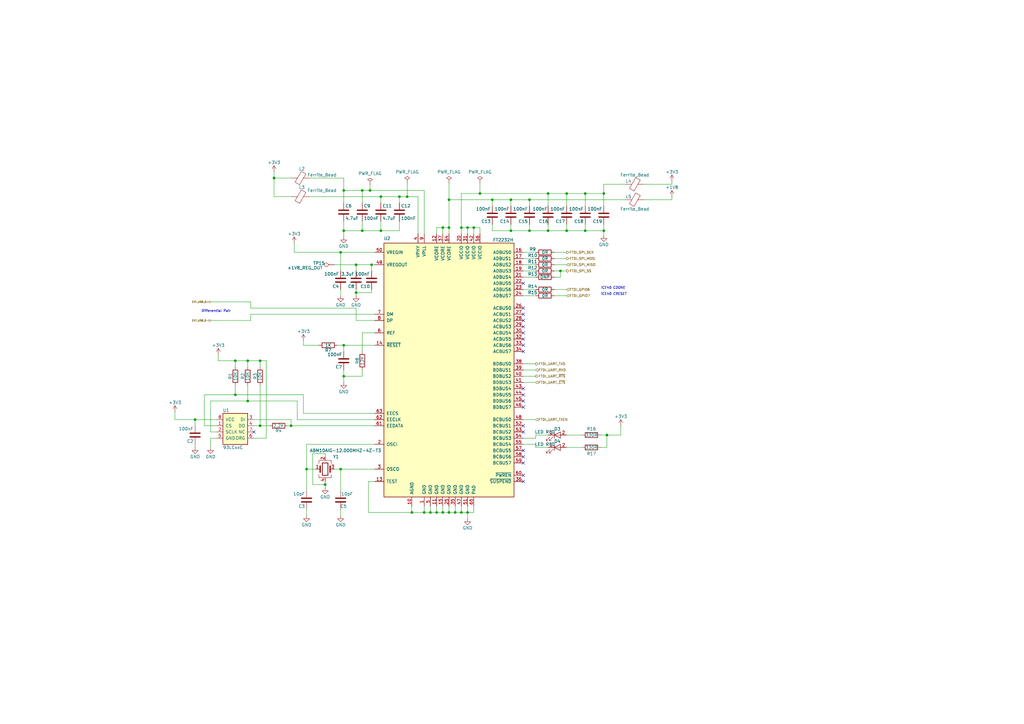
<source format=kicad_sch>
(kicad_sch (version 20211123) (generator eeschema)
  (paper "A3")
  (title_block (title "63HP HILTOP Backplane") (date "2021-02-04") (rev "C") (company "Devtank Ltd"))
  (lib_symbols
    (symbol "hiltop_backplane_brd-rescue:93LCxxC-memory-hiltop_backplane_brd-rescue" (pin_names (offset 1.016))
      (property "Reference" "U" (at -3.81 8.89 0))
      (property "Value" "93LCxxC-memory-hiltop_backplane_brd-rescue" (at -5.08 -6.35 0))
      (symbol "93LCxxC-memory-hiltop_backplane_brd-rescue_0_1"
        (rectangle (start -5.08 -5.08) (end 5.08 7.62) (stroke (width 0.254)) (fill (type background)))
      )
      (symbol "93LCxxC-memory-hiltop_backplane_brd-rescue_1_1"
        (pin input line (at -7.62 2.54 0) (length 2.54) (name "CS") (number "1"))
        (pin input line (at -7.62 0 0) (length 2.54) (name "SCLK") (number "2"))
        (pin input line (at 7.62 5.08 180) (length 2.54) (name "DI") (number "3"))
        (pin tri_state line (at 7.62 2.54 180) (length 2.54) (name "DO") (number "4"))
        (pin power_in line (at -7.62 -2.54 0) (length 2.54) (name "GND") (number "5"))
        (pin input line (at 7.62 -2.54 180) (length 2.54) (name "ORG") (number "6"))
        (pin input line (at 7.62 0 180) (length 2.54) (name "NC") (number "7"))
        (pin power_in line (at -7.62 5.08 0) (length 2.54) (name "VCC") (number "8"))
      )
    )
    (symbol "hiltop_backplane_brd-rescue:C-device-hiltop_backplane_brd-rescue" (pin_numbers hide) (pin_names (offset 0.254))
      (property "Reference" "C" (at 0.635 2.54 0))
      (property "Value" "C-device-hiltop_backplane_brd-rescue" (at 0.635 -2.54 0))
      (symbol "C-device-hiltop_backplane_brd-rescue_0_1"
        (polyline (pts (xy -2.032 -0.762) (xy 2.032 -0.762)) (stroke (width 0.508)))
        (polyline (pts (xy -2.032 0.762) (xy 2.032 0.762)) (stroke (width 0.508)))
      )
      (symbol "C-device-hiltop_backplane_brd-rescue_1_1"
        (pin passive line (at 0 3.81 270) (length 2.794) (name "~") (number "1"))
        (pin passive line (at 0 -3.81 90) (length 2.794) (name "~") (number "2"))
      )
    )
    (symbol "hiltop_backplane_brd-rescue:Crystal_GND24-device-hiltop_backplane_brd-rescue" (pin_names (offset 1.016) hide)
      (property "Reference" "Y" (at 3.175 5.08 0))
      (property "Value" "Crystal_GND24-device-hiltop_backplane_brd-rescue" (at 3.175 3.175 0))
      (symbol "Crystal_GND24-device-hiltop_backplane_brd-rescue_0_1"
        (rectangle (start -1.143 2.54) (end 1.143 -2.54) (stroke (width 0.3048)))
        (polyline (pts (xy -2.54 0) (xy -2.032 0)))
        (polyline (pts (xy -2.032 -1.27) (xy -2.032 1.27)) (stroke (width 0.508)))
        (polyline (pts (xy 0 -3.81) (xy 0 -3.556)))
        (polyline (pts (xy 0 3.556) (xy 0 3.81)))
        (polyline (pts (xy 2.032 -1.27) (xy 2.032 1.27)) (stroke (width 0.508)))
        (polyline (pts (xy 2.032 0) (xy 2.54 0)))
        (polyline (pts (xy -2.54 -2.286) (xy -2.54 -3.556) (xy 2.54 -3.556) (xy 2.54 -2.286)))
        (polyline (pts (xy -2.54 2.286) (xy -2.54 3.556) (xy 2.54 3.556) (xy 2.54 2.286)))
      )
      (symbol "Crystal_GND24-device-hiltop_backplane_brd-rescue_1_1"
        (pin passive line (at -3.81 0 0) (length 1.27) (name "1") (number "1"))
        (pin passive line (at 0 5.08 270) (length 1.27) (name "2") (number "2"))
        (pin passive line (at 3.81 0 180) (length 1.27) (name "3") (number "3"))
        (pin passive line (at 0 -5.08 90) (length 1.27) (name "4") (number "4"))
      )
    )
    (symbol "hiltop_backplane_brd-rescue:FT2232H-gti_Lattice-hiltop_backplane_brd-rescue" (pin_names (offset 1.016))
      (property "Reference" "U" (at -26.67 53.34 0))
      (property "Value" "FT2232H-gti_Lattice-hiltop_backplane_brd-rescue" (at 19.05 53.34 0))
      (symbol "FT2232H-gti_Lattice-hiltop_backplane_brd-rescue_0_1"
        (rectangle (start -26.67 -52.07) (end 26.67 52.07) (stroke (width 0.254)) (fill (type background)))
      )
      (symbol "FT2232H-gti_Lattice-hiltop_backplane_brd-rescue_1_1"
        (pin power_in line (at -10.16 -55.88 90) (length 3.81) (name "GND") (number "1"))
        (pin power_in line (at -15.24 -55.88 90) (length 3.81) (name "AGND") (number "10"))
        (pin power_in line (at -5.08 -55.88 90) (length 3.81) (name "GND") (number "11"))
        (pin power_in line (at -5.08 55.88 270) (length 3.81) (name "VCORE") (number "12"))
        (pin input line (at -30.48 -45.72 0) (length 3.81) (name "TEST") (number "13"))
        (pin input line (at -30.48 10.16 0) (length 3.81) (name "~{RESET}") (number "14"))
        (pin power_in line (at -2.54 -55.88 90) (length 3.81) (name "GND") (number "15"))
        (pin bidirectional line (at 30.48 48.26 180) (length 3.81) (name "ADBUS0") (number "16"))
        (pin bidirectional line (at 30.48 45.72 180) (length 3.81) (name "ADBUS1") (number "17"))
        (pin bidirectional line (at 30.48 43.18 180) (length 3.81) (name "ADBUS2") (number "18"))
        (pin bidirectional line (at 30.48 40.64 180) (length 3.81) (name "ADBUS3") (number "19"))
        (pin input line (at -30.48 -30.48 0) (length 3.81) (name "OSCI") (number "2"))
        (pin power_in line (at 5.08 55.88 270) (length 3.81) (name "VCCIO") (number "20"))
        (pin bidirectional line (at 30.48 38.1 180) (length 3.81) (name "ADBUS4") (number "21"))
        (pin bidirectional line (at 30.48 35.56 180) (length 3.81) (name "ADBUS5") (number "22"))
        (pin bidirectional line (at 30.48 33.02 180) (length 3.81) (name "ADBUS6") (number "23"))
        (pin bidirectional line (at 30.48 30.48 180) (length 3.81) (name "ADBUS7") (number "24"))
        (pin power_in line (at 0 -55.88 90) (length 3.81) (name "GND") (number "25"))
        (pin bidirectional line (at 30.48 25.4 180) (length 3.81) (name "ACBUS0") (number "26"))
        (pin bidirectional line (at 30.48 22.86 180) (length 3.81) (name "ACBUS1") (number "27"))
        (pin bidirectional line (at 30.48 20.32 180) (length 3.81) (name "ACBUS2") (number "28"))
        (pin bidirectional line (at 30.48 17.78 180) (length 3.81) (name "ACBUS3") (number "29"))
        (pin output line (at -30.48 -40.64 0) (length 3.81) (name "OSCO") (number "3"))
        (pin bidirectional line (at 30.48 15.24 180) (length 3.81) (name "ACBUS4") (number "30"))
        (pin power_in line (at 7.62 55.88 270) (length 3.81) (name "VCCIO") (number "31"))
        (pin bidirectional line (at 30.48 12.7 180) (length 3.81) (name "ACBUS5") (number "32"))
        (pin bidirectional line (at 30.48 10.16 180) (length 3.81) (name "ACBUS6") (number "33"))
        (pin bidirectional line (at 30.48 7.62 180) (length 3.81) (name "ACBUS7") (number "34"))
        (pin power_in line (at 2.54 -55.88 90) (length 3.81) (name "GND") (number "35"))
        (pin output line (at 30.48 -45.72 180) (length 3.81) (name "~{SUSPEND}") (number "36"))
        (pin power_in line (at -2.54 55.88 270) (length 3.81) (name "VCORE") (number "37"))
        (pin bidirectional line (at 30.48 2.54 180) (length 3.81) (name "BDBUS0") (number "38"))
        (pin bidirectional line (at 30.48 0 180) (length 3.81) (name "BDBUS1") (number "39"))
        (pin power_in line (at -12.7 55.88 270) (length 3.81) (name "VPHY") (number "4"))
        (pin bidirectional line (at 30.48 -2.54 180) (length 3.81) (name "BDBUS2") (number "40"))
        (pin bidirectional line (at 30.48 -5.08 180) (length 3.81) (name "BDBUS3") (number "41"))
        (pin power_in line (at 10.16 55.88 270) (length 3.81) (name "VCCIO") (number "42"))
        (pin bidirectional line (at 30.48 -7.62 180) (length 3.81) (name "BDBUS4") (number "43"))
        (pin bidirectional line (at 30.48 -10.16 180) (length 3.81) (name "BDBUS5") (number "44"))
        (pin bidirectional line (at 30.48 -12.7 180) (length 3.81) (name "BDBUS6") (number "45"))
        (pin bidirectional line (at 30.48 -15.24 180) (length 3.81) (name "BDBUS7") (number "46"))
        (pin power_in line (at 5.08 -55.88 90) (length 3.81) (name "GND") (number "47"))
        (pin bidirectional line (at 30.48 -20.32 180) (length 3.81) (name "BCBUS0") (number "48"))
        (pin power_out line (at -30.48 43.18 0) (length 3.81) (name "VREGOUT") (number "49"))
        (pin power_in line (at -7.62 -55.88 90) (length 3.81) (name "GND") (number "5"))
        (pin power_in line (at -30.48 48.26 0) (length 3.81) (name "VREGIN") (number "50"))
        (pin power_in line (at 7.62 -55.88 90) (length 3.81) (name "GND") (number "51"))
        (pin bidirectional line (at 30.48 -22.86 180) (length 3.81) (name "BCBUS1") (number "52"))
        (pin bidirectional line (at 30.48 -25.4 180) (length 3.81) (name "BCBUS2") (number "53"))
        (pin bidirectional line (at 30.48 -27.94 180) (length 3.81) (name "BCBUS3") (number "54"))
        (pin bidirectional line (at 30.48 -30.48 180) (length 3.81) (name "BCBUS4") (number "55"))
        (pin power_in line (at 12.7 55.88 270) (length 3.81) (name "VCCIO") (number "56"))
        (pin bidirectional line (at 30.48 -33.02 180) (length 3.81) (name "BCBUS5") (number "57"))
        (pin bidirectional line (at 30.48 -35.56 180) (length 3.81) (name "BCBUS6") (number "58"))
        (pin bidirectional line (at 30.48 -38.1 180) (length 3.81) (name "BCBUS7") (number "59"))
        (pin output line (at -30.48 15.24 0) (length 3.81) (name "REF") (number "6"))
        (pin output line (at 30.48 -43.18 180) (length 3.81) (name "~{PWREN}") (number "60"))
        (pin bidirectional line (at -30.48 -22.86 0) (length 3.81) (name "EEDATA") (number "61"))
        (pin output line (at -30.48 -20.32 0) (length 3.81) (name "EECLK") (number "62"))
        (pin output line (at -30.48 -17.78 0) (length 3.81) (name "EECS") (number "63"))
        (pin power_in line (at 0 55.88 270) (length 3.81) (name "VCORE") (number "64"))
        (pin input line (at 10.16 -55.88 90) (length 3.81) (name "PAD") (number "65"))
        (pin bidirectional line (at -30.48 22.86 0) (length 3.81) (name "DM") (number "7"))
        (pin bidirectional line (at -30.48 20.32 0) (length 3.81) (name "DP") (number "8"))
        (pin input line (at -10.16 55.88 270) (length 3.81) (name "VPLL") (number "9"))
      )
    )
    (symbol "hiltop_backplane_brd-rescue:Ferrite_Bead-device-hiltop_backplane_brd-rescue" (pin_numbers hide) (pin_names (offset 0))
      (property "Reference" "L" (at -3.81 0.635 90))
      (property "Value" "Ferrite_Bead-device-hiltop_backplane_brd-rescue" (at 3.81 0 90))
      (symbol "Ferrite_Bead-device-hiltop_backplane_brd-rescue_0_1"
        (polyline (pts (xy 0 -1.27) (xy 0 -1.2192)))
        (polyline (pts (xy 0 1.27) (xy 0 1.2954)))
        (polyline (pts (xy -2.7686 0.4064) (xy -1.7018 2.2606) (xy 2.7686 -0.3048) (xy 1.6764 -2.159) (xy -2.7686 0.4064)))
      )
      (symbol "Ferrite_Bead-device-hiltop_backplane_brd-rescue_1_1"
        (pin passive line (at 0 3.81 270) (length 2.54) (name "~") (number "1"))
        (pin passive line (at 0 -3.81 90) (length 2.54) (name "~") (number "2"))
      )
    )
    (symbol "hiltop_backplane_brd-rescue:LED-device-hiltop_backplane_brd-rescue" (pin_names (offset 1.016) hide)
      (property "Reference" "D" (at 0 2.54 0))
      (property "Value" "LED-device-hiltop_backplane_brd-rescue" (at 0 -2.54 0))
      (symbol "LED-device-hiltop_backplane_brd-rescue_0_1"
        (polyline (pts (xy -1.27 -1.27) (xy -1.27 1.27)) (stroke (width 0.2032)))
        (polyline (pts (xy -1.27 0) (xy 1.27 0)))
        (polyline (pts (xy 1.27 -1.27) (xy 1.27 1.27) (xy -1.27 0) (xy 1.27 -1.27)) (stroke (width 0.2032)))
        (polyline (pts (xy -3.048 -0.762) (xy -4.572 -2.286) (xy -3.81 -2.286) (xy -4.572 -2.286) (xy -4.572 -1.524)))
        (polyline (pts (xy -1.778 -0.762) (xy -3.302 -2.286) (xy -2.54 -2.286) (xy -3.302 -2.286) (xy -3.302 -1.524)))
      )
      (symbol "LED-device-hiltop_backplane_brd-rescue_1_1"
        (pin passive line (at -3.81 0 0) (length 2.54) (name "K") (number "1"))
        (pin passive line (at 3.81 0 180) (length 2.54) (name "A") (number "2"))
      )
    )
    (symbol "hiltop_backplane_brd-rescue:R-device-hiltop_backplane_brd-rescue" (pin_numbers hide) (pin_names (offset 0))
      (property "Reference" "R" (at 2.032 0 90))
      (property "Value" "R-device-hiltop_backplane_brd-rescue" (at 0 0 90))
      (symbol "R-device-hiltop_backplane_brd-rescue_0_1"
        (rectangle (start -1.016 -2.54) (end 1.016 2.54) (stroke (width 0.254)))
      )
      (symbol "R-device-hiltop_backplane_brd-rescue_1_1"
        (pin passive line (at 0 3.81 270) (length 1.27) (name "~") (number "1"))
        (pin passive line (at 0 -3.81 90) (length 1.27) (name "~") (number "2"))
      )
    )
    (symbol "hiltop_backplane_brd-rescue:TestPoint-Connector-hiltop_backplane_brd-rescue" (pin_numbers hide) (pin_names (offset 0.762) hide)
      (property "Reference" "TP" (at 0 6.858 0))
      (property "Value" "TestPoint-Connector-hiltop_backplane_brd-rescue" (at 0 5.08 0))
      (symbol "TestPoint-Connector-hiltop_backplane_brd-rescue_0_1"
        (circle (center 0 3.302) (radius 0.762))
      )
      (symbol "TestPoint-Connector-hiltop_backplane_brd-rescue_1_1"
        (pin passive line (at 0 0 90) (length 2.54) (name "1") (number "1"))
      )
    )
    (symbol "power:+1V8" (power) (pin_names (offset 0))
      (property "Value" "+1V8" (at 0 3.556 0))
      (symbol "+1V8_0_1"
        (polyline (pts (xy -0.762 1.27) (xy 0 2.54)))
        (polyline (pts (xy 0 0) (xy 0 2.54)))
        (polyline (pts (xy 0 2.54) (xy 0.762 1.27)))
      )
      (symbol "+1V8_1_1"
        (pin power_in line (at 0 0 90) (length 0) hide (name "+1V8") (number "1"))
      )
    )
    (symbol "power:+3V3" (power) (pin_names (offset 0))
      (property "Value" "+3V3" (at 0 3.556 0))
      (symbol "+3V3_0_1"
        (polyline (pts (xy -0.762 1.27) (xy 0 2.54)))
        (polyline (pts (xy 0 0) (xy 0 2.54)))
        (polyline (pts (xy 0 2.54) (xy 0.762 1.27)))
      )
      (symbol "+3V3_1_1"
        (pin power_in line (at 0 0 90) (length 0) hide (name "+3V3") (number "1"))
      )
    )
    (symbol "power:GND" (power) (pin_names (offset 0))
      (property "Value" "GND" (at 0 -3.81 0))
      (symbol "GND_0_1"
        (polyline (pts (xy 0 0) (xy 0 -1.27) (xy 1.27 -1.27) (xy 0 -2.54) (xy -1.27 -1.27) (xy 0 -1.27)))
      )
      (symbol "GND_1_1"
        (pin power_in line (at 0 0 270) (length 0) hide (name "GND") (number "1"))
      )
    )
    (symbol "power:PWR_FLAG" (power) (pin_numbers hide) (pin_names (offset 0) hide)
      (property "Value" "PWR_FLAG" (at 0 3.81 0))
      (symbol "PWR_FLAG_0_0"
        (pin power_out line (at 0 0 90) (length 0) (name "pwr") (number "1"))
      )
      (symbol "PWR_FLAG_0_1"
        (polyline (pts (xy 0 0) (xy 0 1.27) (xy -1.016 1.905) (xy 0 2.54) (xy 1.016 1.905) (xy 0 1.27)))
      )
    )
  )
  (junction (at 167.005 80.645))
  (junction (at 247.65 94.615))
  (junction (at 201.93 81.915))
  (junction (at 133.35 198.755))
  (junction (at 101.6 147.955))
  (junction (at 240.03 79.375))
  (junction (at 151.765 78.105))
  (junction (at 139.7 192.405))
  (junction (at 101.6 164.465))
  (junction (at 146.05 120.015))
  (junction (at 217.17 81.915))
  (junction (at 139.7 103.505))
  (junction (at 181.61 93.345))
  (junction (at 189.23 93.345))
  (junction (at 125.73 192.405))
  (junction (at 240.03 94.615))
  (junction (at 80.01 172.085))
  (junction (at 181.61 210.185))
  (junction (at 140.97 78.105))
  (junction (at 148.59 78.105))
  (junction (at 96.52 147.955))
  (junction (at 168.91 210.185))
  (junction (at 96.52 161.925))
  (junction (at 140.97 141.605))
  (junction (at 248.92 178.435))
  (junction (at 229.87 111.125))
  (junction (at 196.85 79.375))
  (junction (at 217.17 94.615))
  (junction (at 163.83 80.645))
  (junction (at 148.59 94.615))
  (junction (at 247.65 79.375))
  (junction (at 140.97 154.305))
  (junction (at 179.07 210.185))
  (junction (at 176.53 210.185))
  (junction (at 224.79 94.615))
  (junction (at 232.41 94.615))
  (junction (at 156.21 80.645))
  (junction (at 186.69 210.185))
  (junction (at 209.55 81.915))
  (junction (at 112.395 73.025))
  (junction (at 194.31 93.345))
  (junction (at 173.99 210.185))
  (junction (at 184.15 81.915))
  (junction (at 209.55 94.615))
  (junction (at 189.23 210.185))
  (junction (at 106.68 147.955))
  (junction (at 156.21 94.615))
  (junction (at 232.41 79.375))
  (junction (at 184.15 210.185))
  (junction (at 224.79 79.375))
  (junction (at 184.15 93.345))
  (junction (at 191.77 93.345))
  (junction (at 106.68 174.625))
  (junction (at 140.97 94.615))
  (junction (at 146.05 108.585))
  (junction (at 119.38 174.625))
  (junction (at 152.4 108.585))
  (junction (at 191.77 210.185))
  (no_connect (at 214.63 189.865))
  (no_connect (at 214.63 197.485))
  (no_connect (at 214.63 126.365))
  (no_connect (at 214.63 136.525))
  (no_connect (at 214.63 144.145))
  (no_connect (at 104.14 177.165))
  (no_connect (at 214.63 187.325))
  (no_connect (at 214.63 141.605))
  (no_connect (at 214.63 159.385))
  (no_connect (at 214.63 174.625))
  (no_connect (at 214.63 128.905))
  (no_connect (at 214.63 164.465))
  (no_connect (at 214.63 131.445))
  (no_connect (at 214.63 139.065))
  (no_connect (at 214.63 116.205))
  (no_connect (at 214.63 133.985))
  (no_connect (at 214.63 161.925))
  (no_connect (at 214.63 184.785))
  (no_connect (at 214.63 167.005))
  (no_connect (at 214.63 194.945))
  (no_connect (at 214.63 177.165))
  (wire (pts (xy 148.59 154.305) (xy 140.97 154.305)))
  (wire (pts (xy 121.92 164.465) (xy 121.92 172.085)))
  (wire (pts (xy 106.68 147.955) (xy 106.68 150.495)))
  (wire (pts (xy 254.635 178.435) (xy 254.635 174.625)))
  (wire (pts (xy 189.23 210.185) (xy 191.77 210.185)))
  (wire (pts (xy 146.05 131.445) (xy 153.67 131.445)))
  (wire (pts (xy 129.54 192.405) (xy 125.73 192.405)))
  (wire (pts (xy 191.77 93.345) (xy 194.31 93.345)))
  (wire (pts (xy 148.59 78.105) (xy 151.765 78.105)))
  (wire (pts (xy 140.97 90.805) (xy 140.97 94.615)))
  (wire (pts (xy 128.27 186.055) (xy 128.27 198.755)))
  (wire (pts (xy 153.67 182.245) (xy 125.73 182.245)))
  (wire (pts (xy 219.71 183.515) (xy 219.71 182.245)))
  (wire (pts (xy 148.59 151.765) (xy 148.59 154.305)))
  (wire (pts (xy 146.05 120.015) (xy 146.05 121.285)))
  (wire (pts (xy 209.55 92.075) (xy 209.55 94.615)))
  (wire (pts (xy 124.46 161.925) (xy 124.46 169.545)))
  (wire (pts (xy 217.17 81.915) (xy 256.54 81.915)))
  (wire (pts (xy 104.14 179.705) (xy 109.22 179.705)))
  (wire (pts (xy 83.82 174.625) (xy 88.9 174.625)))
  (wire (pts (xy 275.59 75.565) (xy 275.59 74.295)))
  (wire (pts (xy 186.69 207.645) (xy 186.69 210.185)))
  (wire (pts (xy 194.31 93.345) (xy 196.85 93.345)))
  (wire (pts (xy 224.79 183.515) (xy 219.71 183.515)))
  (wire (pts (xy 184.15 81.915) (xy 184.15 93.345)))
  (wire (pts (xy 151.765 78.105) (xy 173.99 78.105)))
  (wire (pts (xy 140.97 73.025) (xy 127 73.025)))
  (wire (pts (xy 214.63 179.705) (xy 219.71 179.705)))
  (wire (pts (xy 137.16 108.585) (xy 146.05 108.585)))
  (wire (pts (xy 112.395 80.645) (xy 112.395 73.025)))
  (wire (pts (xy 189.23 93.345) (xy 191.77 93.345)))
  (wire (pts (xy 189.23 207.645) (xy 189.23 210.185)))
  (wire (pts (xy 148.59 90.805) (xy 148.59 94.615)))
  (wire (pts (xy 186.69 210.185) (xy 189.23 210.185)))
  (wire (pts (xy 240.03 94.615) (xy 247.65 94.615)))
  (wire (pts (xy 189.23 79.375) (xy 189.23 93.345)))
  (wire (pts (xy 201.93 94.615) (xy 209.55 94.615)))
  (wire (pts (xy 120.65 99.695) (xy 120.65 103.505)))
  (wire (pts (xy 227.33 111.125) (xy 229.87 111.125)))
  (wire (pts (xy 189.23 93.345) (xy 189.23 95.885)))
  (wire (pts (xy 146.05 118.745) (xy 146.05 120.015)))
  (wire (pts (xy 86.36 179.705) (xy 86.36 183.515)))
  (wire (pts (xy 140.97 151.765) (xy 140.97 154.305)))
  (wire (pts (xy 184.15 74.93) (xy 184.15 81.915)))
  (wire (pts (xy 80.01 183.515) (xy 80.01 182.245)))
  (wire (pts (xy 219.71 178.435) (xy 219.71 179.705)))
  (wire (pts (xy 232.41 92.075) (xy 232.41 94.615)))
  (wire (pts (xy 146.05 108.585) (xy 146.05 111.125)))
  (wire (pts (xy 128.27 198.755) (xy 133.35 198.755)))
  (wire (pts (xy 184.15 93.345) (xy 184.15 95.885)))
  (wire (pts (xy 101.6 147.955) (xy 106.68 147.955)))
  (wire (pts (xy 106.68 174.625) (xy 110.49 174.625)))
  (wire (pts (xy 139.7 208.915) (xy 139.7 211.455)))
  (wire (pts (xy 71.755 172.085) (xy 80.01 172.085)))
  (wire (pts (xy 179.07 95.885) (xy 179.07 93.345)))
  (wire (pts (xy 167.005 74.93) (xy 167.005 80.645)))
  (wire (pts (xy 232.41 84.455) (xy 232.41 79.375)))
  (wire (pts (xy 124.46 141.605) (xy 130.81 141.605)))
  (wire (pts (xy 173.99 210.185) (xy 176.53 210.185)))
  (wire (pts (xy 240.03 84.455) (xy 240.03 79.375)))
  (wire (pts (xy 240.03 79.375) (xy 247.65 79.375)))
  (wire (pts (xy 86.36 164.465) (xy 101.6 164.465)))
  (wire (pts (xy 80.01 172.085) (xy 80.01 174.625)))
  (wire (pts (xy 224.79 79.375) (xy 232.41 79.375)))
  (wire (pts (xy 156.21 94.615) (xy 163.83 94.615)))
  (wire (pts (xy 227.33 118.745) (xy 232.41 118.745)))
  (wire (pts (xy 196.85 93.345) (xy 196.85 95.885)))
  (wire (pts (xy 179.07 210.185) (xy 181.61 210.185)))
  (wire (pts (xy 227.33 106.045) (xy 232.41 106.045)))
  (wire (pts (xy 88.9 179.705) (xy 86.36 179.705)))
  (wire (pts (xy 214.63 149.225) (xy 219.71 149.225)))
  (wire (pts (xy 101.6 164.465) (xy 101.6 158.115)))
  (wire (pts (xy 217.17 81.915) (xy 217.17 84.455)))
  (wire (pts (xy 179.07 93.345) (xy 181.61 93.345)))
  (wire (pts (xy 247.65 75.565) (xy 256.54 75.565)))
  (wire (pts (xy 214.63 108.585) (xy 219.71 108.585)))
  (wire (pts (xy 247.65 79.375) (xy 247.65 84.455)))
  (wire (pts (xy 140.97 154.305) (xy 140.97 156.845)))
  (wire (pts (xy 148.59 94.615) (xy 156.21 94.615)))
  (wire (pts (xy 214.63 103.505) (xy 219.71 103.505)))
  (wire (pts (xy 133.35 186.055) (xy 128.27 186.055)))
  (wire (pts (xy 148.59 78.105) (xy 148.59 83.185)))
  (wire (pts (xy 201.93 84.455) (xy 201.93 81.915)))
  (wire (pts (xy 86.36 123.825) (xy 102.87 123.825)))
  (wire (pts (xy 184.15 81.915) (xy 201.93 81.915)))
  (wire (pts (xy 247.65 75.565) (xy 247.65 79.375)))
  (wire (pts (xy 118.11 174.625) (xy 119.38 174.625)))
  (wire (pts (xy 119.38 172.085) (xy 119.38 174.625)))
  (wire (pts (xy 139.7 192.405) (xy 153.67 192.405)))
  (wire (pts (xy 246.38 178.435) (xy 248.92 178.435)))
  (wire (pts (xy 214.63 113.665) (xy 219.71 113.665)))
  (wire (pts (xy 102.87 128.905) (xy 153.67 128.905)))
  (wire (pts (xy 106.68 147.955) (xy 109.22 147.955)))
  (wire (pts (xy 96.52 161.925) (xy 124.46 161.925)))
  (wire (pts (xy 112.395 73.025) (xy 119.38 73.025)))
  (wire (pts (xy 194.31 210.185) (xy 191.77 210.185)))
  (wire (pts (xy 120.65 103.505) (xy 139.7 103.505)))
  (wire (pts (xy 275.59 80.645) (xy 275.59 81.915)))
  (wire (pts (xy 163.83 94.615) (xy 163.83 90.805)))
  (wire (pts (xy 152.4 108.585) (xy 153.67 108.585)))
  (wire (pts (xy 194.31 207.645) (xy 194.31 210.185)))
  (wire (pts (xy 167.005 80.645) (xy 171.45 80.645)))
  (wire (pts (xy 156.21 83.185) (xy 156.21 80.645)))
  (wire (pts (xy 119.38 174.625) (xy 153.67 174.625)))
  (wire (pts (xy 214.63 156.845) (xy 219.71 156.845)))
  (wire (pts (xy 151.13 210.185) (xy 168.91 210.185)))
  (wire (pts (xy 80.01 172.085) (xy 88.9 172.085)))
  (wire (pts (xy 112.395 70.485) (xy 112.395 73.025)))
  (wire (pts (xy 224.79 178.435) (xy 219.71 178.435)))
  (wire (pts (xy 102.87 123.825) (xy 102.87 126.365)))
  (wire (pts (xy 101.6 164.465) (xy 121.92 164.465)))
  (wire (pts (xy 140.97 144.145) (xy 140.97 141.605)))
  (wire (pts (xy 152.4 111.125) (xy 152.4 108.585)))
  (wire (pts (xy 121.92 172.085) (xy 153.67 172.085)))
  (wire (pts (xy 214.63 111.125) (xy 219.71 111.125)))
  (wire (pts (xy 102.87 131.445) (xy 102.87 128.905)))
  (wire (pts (xy 133.35 197.485) (xy 133.35 198.755)))
  (wire (pts (xy 153.67 197.485) (xy 151.13 197.485)))
  (wire (pts (xy 125.73 192.405) (xy 125.73 201.295)))
  (wire (pts (xy 214.63 172.085) (xy 219.71 172.085)))
  (wire (pts (xy 173.99 78.105) (xy 173.99 95.885)))
  (wire (pts (xy 104.14 172.085) (xy 119.38 172.085)))
  (wire (pts (xy 168.91 210.185) (xy 173.99 210.185)))
  (wire (pts (xy 88.9 177.165) (xy 86.36 177.165)))
  (wire (pts (xy 184.15 210.185) (xy 186.69 210.185)))
  (wire (pts (xy 227.33 108.585) (xy 232.41 108.585)))
  (wire (pts (xy 89.535 147.955) (xy 89.535 145.415)))
  (wire (pts (xy 214.63 106.045) (xy 219.71 106.045)))
  (wire (pts (xy 209.55 94.615) (xy 217.17 94.615)))
  (wire (pts (xy 217.17 94.615) (xy 224.79 94.615)))
  (wire (pts (xy 140.97 94.615) (xy 148.59 94.615)))
  (wire (pts (xy 209.55 81.915) (xy 217.17 81.915)))
  (wire (pts (xy 133.35 187.325) (xy 133.35 186.055)))
  (wire (pts (xy 214.63 182.245) (xy 219.71 182.245)))
  (wire (pts (xy 247.65 94.615) (xy 247.65 96.52)))
  (wire (pts (xy 240.03 92.075) (xy 240.03 94.615)))
  (wire (pts (xy 181.61 93.345) (xy 184.15 93.345)))
  (wire (pts (xy 96.52 147.955) (xy 101.6 147.955)))
  (wire (pts (xy 191.77 207.645) (xy 191.77 210.185)))
  (wire (pts (xy 209.55 84.455) (xy 209.55 81.915)))
  (wire (pts (xy 224.79 92.075) (xy 224.79 94.615)))
  (wire (pts (xy 125.73 208.915) (xy 125.73 211.455)))
  (wire (pts (xy 181.61 210.185) (xy 184.15 210.185)))
  (wire (pts (xy 148.59 144.145) (xy 148.59 136.525)))
  (wire (pts (xy 151.765 75.565) (xy 151.765 78.105)))
  (wire (pts (xy 248.92 178.435) (xy 248.92 183.515)))
  (wire (pts (xy 83.82 161.925) (xy 96.52 161.925)))
  (wire (pts (xy 86.36 177.165) (xy 86.36 164.465)))
  (wire (pts (xy 156.21 80.645) (xy 163.83 80.645)))
  (wire (pts (xy 191.77 210.185) (xy 191.77 212.725)))
  (wire (pts (xy 227.33 121.285) (xy 232.41 121.285)))
  (wire (pts (xy 176.53 210.185) (xy 179.07 210.185)))
  (wire (pts (xy 176.53 207.645) (xy 176.53 210.185)))
  (wire (pts (xy 229.87 111.125) (xy 232.41 111.125)))
  (wire (pts (xy 139.7 103.505) (xy 139.7 111.125)))
  (wire (pts (xy 163.83 80.645) (xy 167.005 80.645)))
  (wire (pts (xy 146.05 108.585) (xy 152.4 108.585)))
  (wire (pts (xy 224.79 84.455) (xy 224.79 79.375)))
  (wire (pts (xy 248.92 183.515) (xy 246.38 183.515)))
  (wire (pts (xy 184.15 207.645) (xy 184.15 210.185)))
  (wire (pts (xy 140.97 141.605) (xy 153.67 141.605)))
  (wire (pts (xy 227.33 113.665) (xy 229.87 113.665)))
  (wire (pts (xy 181.61 207.645) (xy 181.61 210.185)))
  (wire (pts (xy 227.33 103.505) (xy 232.41 103.505)))
  (wire (pts (xy 232.41 178.435) (xy 238.76 178.435)))
  (wire (pts (xy 248.92 178.435) (xy 254.635 178.435)))
  (wire (pts (xy 146.05 126.365) (xy 146.05 131.445)))
  (wire (pts (xy 106.68 158.115) (xy 106.68 174.625)))
  (wire (pts (xy 189.23 79.375) (xy 196.85 79.375)))
  (wire (pts (xy 102.87 126.365) (xy 146.05 126.365)))
  (wire (pts (xy 214.63 121.285) (xy 219.71 121.285)))
  (wire (pts (xy 152.4 120.015) (xy 146.05 120.015)))
  (wire (pts (xy 173.99 207.645) (xy 173.99 210.185)))
  (wire (pts (xy 101.6 150.495) (xy 101.6 147.955)))
  (wire (pts (xy 152.4 118.745) (xy 152.4 120.015)))
  (wire (pts (xy 229.87 113.665) (xy 229.87 111.125)))
  (wire (pts (xy 138.43 141.605) (xy 140.97 141.605)))
  (wire (pts (xy 140.97 78.105) (xy 140.97 83.185)))
  (wire (pts (xy 179.07 207.645) (xy 179.07 210.185)))
  (wire (pts (xy 125.73 182.245) (xy 125.73 192.405)))
  (wire (pts (xy 139.7 103.505) (xy 153.67 103.505)))
  (wire (pts (xy 140.97 78.105) (xy 148.59 78.105)))
  (wire (pts (xy 232.41 94.615) (xy 240.03 94.615)))
  (wire (pts (xy 196.85 79.375) (xy 224.79 79.375)))
  (wire (pts (xy 124.46 169.545) (xy 153.67 169.545)))
  (wire (pts (xy 139.7 118.745) (xy 139.7 121.285)))
  (wire (pts (xy 232.41 183.515) (xy 238.76 183.515)))
  (wire (pts (xy 148.59 136.525) (xy 153.67 136.525)))
  (wire (pts (xy 86.36 131.445) (xy 102.87 131.445)))
  (wire (pts (xy 247.65 92.075) (xy 247.65 94.615)))
  (wire (pts (xy 224.79 94.615) (xy 232.41 94.615)))
  (wire (pts (xy 214.63 154.305) (xy 219.71 154.305)))
  (wire (pts (xy 201.93 92.075) (xy 201.93 94.615)))
  (wire (pts (xy 196.85 74.93) (xy 196.85 79.375)))
  (wire (pts (xy 83.82 161.925) (xy 83.82 174.625)))
  (wire (pts (xy 163.83 80.645) (xy 163.83 83.185)))
  (wire (pts (xy 232.41 79.375) (xy 240.03 79.375)))
  (wire (pts (xy 89.535 147.955) (xy 96.52 147.955)))
  (wire (pts (xy 140.97 73.025) (xy 140.97 78.105)))
  (wire (pts (xy 156.21 94.615) (xy 156.21 90.805)))
  (wire (pts (xy 191.77 95.885) (xy 191.77 93.345)))
  (wire (pts (xy 214.63 151.765) (xy 219.71 151.765)))
  (wire (pts (xy 214.63 118.745) (xy 219.71 118.745)))
  (wire (pts (xy 127 80.645) (xy 156.21 80.645)))
  (wire (pts (xy 140.97 94.615) (xy 140.97 97.155)))
  (wire (pts (xy 151.13 197.485) (xy 151.13 210.185)))
  (wire (pts (xy 119.38 80.645) (xy 112.395 80.645)))
  (wire (pts (xy 264.16 81.915) (xy 275.59 81.915)))
  (wire (pts (xy 217.17 94.615) (xy 217.17 92.075)))
  (wire (pts (xy 104.14 174.625) (xy 106.68 174.625)))
  (wire (pts (xy 139.7 192.405) (xy 139.7 201.295)))
  (wire (pts (xy 181.61 95.885) (xy 181.61 93.345)))
  (wire (pts (xy 171.45 80.645) (xy 171.45 95.885)))
  (wire (pts (xy 264.16 75.565) (xy 275.59 75.565)))
  (wire (pts (xy 194.31 95.885) (xy 194.31 93.345)))
  (wire (pts (xy 133.35 198.755) (xy 133.35 200.025)))
  (wire (pts (xy 201.93 81.915) (xy 209.55 81.915)))
  (wire (pts (xy 71.755 172.085) (xy 71.755 168.91)))
  (wire (pts (xy 168.91 207.645) (xy 168.91 210.185)))
  (wire (pts (xy 96.52 147.955) (xy 96.52 150.495)))
  (wire (pts (xy 137.16 192.405) (xy 139.7 192.405)))
  (wire (pts (xy 96.52 158.115) (xy 96.52 161.925)))
  (wire (pts (xy 109.22 179.705) (xy 109.22 147.955)))
  (wire (pts (xy 124.46 139.7) (xy 124.46 141.605)))
  (text "Differential Pair" (at 82.55 128.27 0) (effects (font (size 0.9906 0.9906)) (justify left bottom)))
  (text "iCE40 CDONE" (at 246.38 118.745 0) (effects (font (size 0.9906 0.9906) italic) (justify left bottom)))
  (text "iCE40 CRESET" (at 246.38 121.285 0) (effects (font (size 0.9906 0.9906) italic) (justify left bottom)))
  (hierarchical_label "FTDI_GPIO7" (shape input) (at 232.41 121.285 0) (effects (font (size 0.9906 0.9906))))
  (hierarchical_label "FTDI_UART_~{CTS}" (shape input) (at 219.71 156.845 0) (effects (font (size 0.9906 0.9906))))
  (hierarchical_label "EXT_USB_D+" (shape input) (at 86.36 123.825 180) (effects (font (size 0.7112 0.7112))))
  (hierarchical_label "FTDI_UART_~{RTS}" (shape output) (at 219.71 154.305 0) (effects (font (size 0.9906 0.9906))))
  (hierarchical_label "FTDI_SPI_MISO" (shape input) (at 232.41 108.585 0) (effects (font (size 0.9906 0.9906))))
  (hierarchical_label "FTDI_GPIO6" (shape input) (at 232.41 118.745 0) (effects (font (size 0.9906 0.9906))))
  (hierarchical_label "FTDI_UART_TXD" (shape output) (at 219.71 149.225 0) (effects (font (size 0.9906 0.9906))))
  (hierarchical_label "FTDI_SPI_SCK" (shape output) (at 232.41 103.505 0) (effects (font (size 0.9906 0.9906))))
  (hierarchical_label "FTDI_UART_RXD" (shape input) (at 219.71 151.765 0) (effects (font (size 0.9906 0.9906))))
  (hierarchical_label "EXT_USB_D-" (shape input) (at 86.36 131.445 180) (effects (font (size 0.7112 0.7112))))
  (hierarchical_label "FTDI_SPI_MOSI" (shape output) (at 232.41 106.045 0) (effects (font (size 0.9906 0.9906))))
  (hierarchical_label "FTDI_SPI_SS" (shape output) (at 232.41 111.125 0) (effects (font (size 0.9906 0.9906))))
  (hierarchical_label "FTDI_UART_TXEN" (shape input) (at 219.71 172.085 0) (effects (font (size 0.9906 0.9906))))
  (symbol (lib_id "hiltop_backplane_brd-rescue:C-device-hiltop_backplane_brd-rescue") (at 80.01 178.435 180) (unit 1)
    (property "Reference" "C2" (at 79.375 180.975 0) (effects (justify left)))
    (property "Value" "100nF" (at 79.375 175.895 0) (effects (justify left)))
    (property "Footprint" "Capacitor_SMD:C_0402_1005Metric" (effects hide))
    (property "Devtank" "105-019" (effects hide))
  )
  (symbol (lib_id "hiltop_backplane_brd-rescue:C-device-hiltop_backplane_brd-rescue") (at 224.79 88.265 0) (unit 1)
    (property "Reference" "C16" (at 220.98 90.805 0) (effects (justify left)))
    (property "Value" "100nF" (at 218.44 85.725 0) (effects (justify left)))
    (property "Footprint" "Capacitor_SMD:C_0402_1005Metric" (effects hide))
    (property "Devtank" "105-019" (effects hide))
  )
  (symbol (lib_id "hiltop_backplane_brd-rescue:C-device-hiltop_backplane_brd-rescue") (at 240.03 88.265 180) (unit 1)
    (property "Reference" "C18" (at 239.395 90.805 0) (effects (justify left)))
    (property "Value" "100nF" (at 239.395 85.725 0) (effects (justify left)))
    (property "Footprint" "Capacitor_SMD:C_0402_1005Metric" (effects hide))
    (property "Devtank" "105-019" (effects hide))
  )
  (symbol (lib_id "hiltop_backplane_brd-rescue:C-device-hiltop_backplane_brd-rescue") (at 217.17 88.265 180) (unit 1)
    (property "Reference" "C15" (at 216.535 90.805 0) (effects (justify left)))
    (property "Value" "100nF" (at 216.535 85.725 0) (effects (justify left)))
    (property "Footprint" "Capacitor_SMD:C_0402_1005Metric" (effects hide))
    (property "Devtank" "105-019" (effects hide))
  )
  (symbol (lib_id "hiltop_backplane_brd-rescue:C-device-hiltop_backplane_brd-rescue") (at 247.65 88.265 180) (unit 1)
    (property "Reference" "C19" (at 247.015 90.805 0) (effects (justify left)))
    (property "Value" "100nF" (at 247.015 85.725 0) (effects (justify left)))
    (property "Footprint" "Capacitor_SMD:C_0402_1005Metric" (effects hide))
    (property "Devtank" "105-019" (effects hide))
  )
  (symbol (lib_id "hiltop_backplane_brd-rescue:C-device-hiltop_backplane_brd-rescue") (at 209.55 88.265 180) (unit 1)
    (property "Reference" "C14" (at 208.915 90.805 0) (effects (justify left)))
    (property "Value" "100nF" (at 208.915 85.725 0) (effects (justify left)))
    (property "Footprint" "Capacitor_SMD:C_0402_1005Metric" (effects hide))
    (property "Devtank" "105-019" (effects hide))
  )
  (symbol (lib_id "hiltop_backplane_brd-rescue:C-device-hiltop_backplane_brd-rescue") (at 201.93 88.265 180) (unit 1)
    (property "Reference" "C13" (at 201.295 90.805 0) (effects (justify left)))
    (property "Value" "100nF" (at 201.295 85.725 0) (effects (justify left)))
    (property "Footprint" "Capacitor_SMD:C_0402_1005Metric" (effects hide))
    (property "Devtank" "105-019" (effects hide))
  )
  (symbol (lib_id "hiltop_backplane_brd-rescue:C-device-hiltop_backplane_brd-rescue") (at 140.97 86.995 0) (unit 1)
    (property "Reference" "C6" (at 141.605 84.455 0) (effects (justify left)))
    (property "Value" "4.7uF" (at 141.605 89.535 0) (effects (justify left)))
    (property "Footprint" "Capacitor_SMD:C_0603_1608Metric" (effects hide))
    (property "Devtank" "105-021" (effects hide))
  )
  (symbol (lib_id "hiltop_backplane_brd-rescue:C-device-hiltop_backplane_brd-rescue") (at 148.59 86.995 0) (unit 1)
    (property "Reference" "C9" (at 149.225 84.455 0) (effects (justify left)))
    (property "Value" "100nF" (at 149.225 89.535 0) (effects (justify left)))
    (property "Footprint" "Capacitor_SMD:C_0402_1005Metric" (effects hide))
    (property "Devtank" "105-019" (effects hide))
  )
  (symbol (lib_id "hiltop_backplane_brd-rescue:C-device-hiltop_backplane_brd-rescue") (at 156.21 86.995 0) (unit 1)
    (property "Reference" "C11" (at 156.845 84.455 0) (effects (justify left)))
    (property "Value" "4.7uF" (at 156.845 89.535 0) (effects (justify left)))
    (property "Footprint" "Capacitor_SMD:C_0603_1608Metric" (effects hide))
    (property "Devtank" "105-021" (effects hide))
  )
  (symbol (lib_id "hiltop_backplane_brd-rescue:C-device-hiltop_backplane_brd-rescue") (at 163.83 86.995 0) (unit 1)
    (property "Reference" "C12" (at 164.465 84.455 0) (effects (justify left)))
    (property "Value" "100nF" (at 164.465 89.535 0) (effects (justify left)))
    (property "Footprint" "Capacitor_SMD:C_0402_1005Metric" (effects hide))
    (property "Devtank" "105-019" (effects hide))
  )
  (symbol (lib_id "hiltop_backplane_brd-rescue:C-device-hiltop_backplane_brd-rescue") (at 232.41 88.265 180) (unit 1)
    (property "Reference" "C17" (at 231.775 90.805 0) (effects (justify left)))
    (property "Value" "100nF" (at 231.775 85.725 0) (effects (justify left)))
    (property "Footprint" "Capacitor_SMD:C_0402_1005Metric" (effects hide))
    (property "Devtank" "105-019" (effects hide))
  )
  (symbol (lib_id "hiltop_backplane_brd-rescue:C-device-hiltop_backplane_brd-rescue") (at 139.7 114.935 180) (unit 1)
    (property "Reference" "C4" (at 139.065 117.475 0) (effects (justify left)))
    (property "Value" "100nF" (at 139.065 112.395 0) (effects (justify left)))
    (property "Footprint" "Capacitor_SMD:C_0402_1005Metric" (effects hide))
    (property "Devtank" "105-019" (effects hide))
  )
  (symbol (lib_id "hiltop_backplane_brd-rescue:C-device-hiltop_backplane_brd-rescue") (at 146.05 114.935 180) (unit 1)
    (property "Reference" "C8" (at 145.415 117.475 0) (effects (justify left)))
    (property "Value" "3.3uF" (at 145.415 112.395 0) (effects (justify left)))
    (property "Footprint" "Capacitor_SMD:C_0603_1608Metric" (effects hide))
    (property "Devtank" "105-022" (effects hide))
  )
  (symbol (lib_id "hiltop_backplane_brd-rescue:C-device-hiltop_backplane_brd-rescue") (at 139.7 205.105 180) (unit 1)
    (property "Reference" "C5" (at 142.24 207.645 0) (effects (justify left)))
    (property "Value" "10pF" (at 144.78 202.565 0) (effects (justify left)))
    (property "Footprint" "Capacitor_SMD:C_0402_1005Metric" (effects hide))
    (property "Devtank" "106-012" (effects hide))
  )
  (symbol (lib_id "hiltop_backplane_brd-rescue:C-device-hiltop_backplane_brd-rescue") (at 125.73 205.105 180) (unit 1)
    (property "Reference" "C3" (at 125.095 207.645 0) (effects (justify left)))
    (property "Value" "10pF" (at 125.095 202.565 0) (effects (justify left)))
    (property "Footprint" "Capacitor_SMD:C_0402_1005Metric" (effects hide))
    (property "Devtank" "106-012" (effects hide))
  )
  (symbol (lib_id "hiltop_backplane_brd-rescue:Ferrite_Bead-device-hiltop_backplane_brd-rescue") (at 123.19 73.025 270) (unit 1)
    (property "Reference" "L2" (at 123.825 69.215 90))
    (property "Value" "Ferrite_Bead" (at 132.08 71.755 90))
    (property "Footprint" "Inductor_SMD:L_0603_1608Metric" (effects hide))
    (property "Devtank" "113-001" (effects hide))
  )
  (symbol (lib_id "hiltop_backplane_brd-rescue:Ferrite_Bead-device-hiltop_backplane_brd-rescue") (at 123.19 80.645 270) (unit 1)
    (property "Reference" "L3" (at 123.825 76.835 90))
    (property "Value" "Ferrite_Bead" (at 132.08 78.105 90))
    (property "Footprint" "Inductor_SMD:L_0603_1608Metric" (effects hide))
    (property "Devtank" "113-001" (effects hide))
  )
  (symbol (lib_id "hiltop_backplane_brd-rescue:Ferrite_Bead-device-hiltop_backplane_brd-rescue") (at 260.35 75.565 270) (unit 1)
    (property "Reference" "L4" (at 257.81 74.295 90))
    (property "Value" "Ferrite_Bead" (at 260.35 71.755 90))
    (property "Footprint" "Inductor_SMD:L_0603_1608Metric" (effects hide))
    (property "Devtank" "113-001" (effects hide))
  )
  (symbol (lib_id "hiltop_backplane_brd-rescue:Ferrite_Bead-device-hiltop_backplane_brd-rescue") (at 260.35 81.915 270) (unit 1)
    (property "Reference" "L5" (at 257.81 80.645 90))
    (property "Value" "Ferrite_Bead" (at 260.35 85.725 90))
    (property "Footprint" "Inductor_SMD:L_0603_1608Metric" (effects hide))
    (property "Devtank" "113-001" (effects hide))
  )
  (symbol (lib_id "power:GND") (at 191.77 212.725 0) (unit 1)
    (property "Reference" "#PWR017" (effects hide))
    (property "Value" "GND" (at 191.77 216.535 0))
  )
  (symbol (lib_id "power:GND") (at 139.7 211.455 0) (unit 1)
    (property "Reference" "#PWR013" (effects hide))
    (property "Value" "GND" (at 139.7 215.265 0))
  )
  (symbol (lib_id "power:GND") (at 125.73 211.455 0) (unit 1)
    (property "Reference" "#PWR010" (effects hide))
    (property "Value" "GND" (at 125.73 215.265 0))
  )
  (symbol (lib_id "power:GND") (at 146.05 121.285 0) (unit 1)
    (property "Reference" "#PWR016" (effects hide))
    (property "Value" "GND" (at 146.05 125.095 0))
  )
  (symbol (lib_id "power:GND") (at 139.7 121.285 0) (unit 1)
    (property "Reference" "#PWR012" (effects hide))
    (property "Value" "GND" (at 139.7 125.095 0))
  )
  (symbol (lib_id "power:GND") (at 80.01 183.515 0) (mirror y) (unit 1)
    (property "Reference" "#PWR06" (effects hide))
    (property "Value" "GND" (at 80.01 187.325 0))
  )
  (symbol (lib_id "hiltop_backplane_brd-rescue:93LCxxC-memory-hiltop_backplane_brd-rescue") (at 96.52 177.165 0) (unit 1)
    (property "Reference" "U1" (at 92.71 168.275 0))
    (property "Value" "93LCxxC" (at 91.44 183.515 0) (effects (justify left)))
    (property "Footprint" "Package_SO:SOIC-8_3.9x4.9mm_P1.27mm" (effects hide))
    (property "Devtank" "129-004" (effects hide))
  )
  (symbol (lib_id "power:GND") (at 86.36 183.515 0) (unit 1)
    (property "Reference" "#PWR07" (effects hide))
    (property "Value" "GND" (at 86.36 187.325 0))
  )
  (symbol (lib_id "hiltop_backplane_brd-rescue:R-device-hiltop_backplane_brd-rescue") (at 101.6 154.305 180) (unit 1)
    (property "Reference" "R2" (at 99.568 154.305 90))
    (property "Value" "10K" (at 101.6 154.305 90))
    (property "Footprint" "Resistor_SMD:R_0402_1005Metric" (effects hide))
    (property "Devtank" "101-501" (effects hide))
  )
  (symbol (lib_id "hiltop_backplane_brd-rescue:R-device-hiltop_backplane_brd-rescue") (at 96.52 154.305 0) (mirror y) (unit 1)
    (property "Reference" "R1" (at 94.488 154.305 90))
    (property "Value" "10K" (at 96.52 154.305 90))
    (property "Footprint" "Resistor_SMD:R_0402_1005Metric" (effects hide))
    (property "Devtank" "101-501" (effects hide))
  )
  (symbol (lib_id "hiltop_backplane_brd-rescue:R-device-hiltop_backplane_brd-rescue") (at 106.68 154.305 0) (mirror y) (unit 1)
    (property "Reference" "R3" (at 104.648 154.305 90))
    (property "Value" "10K" (at 106.68 154.305 90))
    (property "Footprint" "Resistor_SMD:R_0402_1005Metric" (effects hide))
    (property "Devtank" "101-501" (effects hide))
  )
  (symbol (lib_id "hiltop_backplane_brd-rescue:R-device-hiltop_backplane_brd-rescue") (at 114.3 174.625 270) (unit 1)
    (property "Reference" "R4" (at 114.3 176.657 90))
    (property "Value" "2.2K" (at 114.3 174.625 90))
    (property "Footprint" "Resistor_SMD:R_0402_1005Metric" (effects hide))
    (property "Devtank" "101-505" (effects hide))
  )
  (symbol (lib_id "hiltop_backplane_brd-rescue:R-device-hiltop_backplane_brd-rescue") (at 148.59 147.955 180) (unit 1)
    (property "Reference" "R8" (at 146.558 147.955 90))
    (property "Value" "12K" (at 148.59 147.955 90))
    (property "Footprint" "Resistor_SMD:R_0402_1005Metric" (effects hide))
    (property "Devtank" "101-508" (effects hide))
  )
  (symbol (lib_id "hiltop_backplane_brd-rescue:R-device-hiltop_backplane_brd-rescue") (at 134.62 141.605 270) (unit 1)
    (property "Reference" "R7" (at 134.62 143.637 90))
    (property "Value" "1K" (at 134.62 141.605 90))
    (property "Footprint" "Resistor_SMD:R_0402_1005Metric" (effects hide))
    (property "Devtank" "101-507" (effects hide))
  )
  (symbol (lib_id "hiltop_backplane_brd-rescue:C-device-hiltop_backplane_brd-rescue") (at 140.97 147.955 180) (unit 1)
    (property "Reference" "C7" (at 140.335 150.495 0) (effects (justify left)))
    (property "Value" "100nF" (at 140.335 145.415 0) (effects (justify left)))
    (property "Footprint" "Capacitor_SMD:C_0402_1005Metric" (effects hide))
    (property "Devtank" "105-019" (effects hide))
  )
  (symbol (lib_id "power:GND") (at 140.97 156.845 0) (unit 1)
    (property "Reference" "#PWR015" (effects hide))
    (property "Value" "GND" (at 140.97 160.655 0))
  )
  (symbol (lib_id "power:GND") (at 140.97 97.155 0) (unit 1)
    (property "Reference" "#PWR014" (effects hide))
    (property "Value" "GND" (at 140.97 100.965 0))
  )
  (symbol (lib_id "hiltop_backplane_brd-rescue:R-device-hiltop_backplane_brd-rescue") (at 223.52 103.505 270) (unit 1)
    (property "Reference" "R9" (at 218.44 102.235 90))
    (property "Value" "0R" (at 223.52 103.505 90))
    (property "Footprint" "Resistor_SMD:R_0402_1005Metric" (effects hide))
    (property "Devtank" "101-506" (effects hide))
  )
  (symbol (lib_id "hiltop_backplane_brd-rescue:R-device-hiltop_backplane_brd-rescue") (at 223.52 106.045 270) (unit 1)
    (property "Reference" "R10" (at 218.44 104.775 90))
    (property "Value" "0R" (at 223.52 106.045 90))
    (property "Footprint" "Resistor_SMD:R_0402_1005Metric" (effects hide))
    (property "Devtank" "101-506" (effects hide))
  )
  (symbol (lib_id "hiltop_backplane_brd-rescue:R-device-hiltop_backplane_brd-rescue") (at 223.52 108.585 270) (unit 1)
    (property "Reference" "R11" (at 218.44 107.315 90))
    (property "Value" "0R" (at 223.52 108.585 90))
    (property "Footprint" "Resistor_SMD:R_0402_1005Metric" (effects hide))
    (property "Devtank" "101-506" (effects hide))
  )
  (symbol (lib_id "hiltop_backplane_brd-rescue:R-device-hiltop_backplane_brd-rescue") (at 223.52 111.125 270) (unit 1)
    (property "Reference" "R12" (at 218.44 109.855 90))
    (property "Value" "0R" (at 223.52 111.125 90))
    (property "Footprint" "Resistor_SMD:R_0402_1005Metric" (effects hide))
    (property "Devtank" "101-506" (effects hide))
  )
  (symbol (lib_id "hiltop_backplane_brd-rescue:R-device-hiltop_backplane_brd-rescue") (at 223.52 118.745 270) (unit 1)
    (property "Reference" "R14" (at 218.44 117.475 90))
    (property "Value" "0R" (at 223.52 118.745 90))
    (property "Footprint" "Resistor_SMD:R_0402_1005Metric" (effects hide))
    (property "Devtank" "101-506" (effects hide))
  )
  (symbol (lib_id "hiltop_backplane_brd-rescue:R-device-hiltop_backplane_brd-rescue") (at 223.52 121.285 270) (unit 1)
    (property "Reference" "R15" (at 218.44 120.015 90))
    (property "Value" "0R" (at 223.52 121.285 90))
    (property "Footprint" "Resistor_SMD:R_0402_1005Metric" (effects hide))
    (property "Devtank" "101-506" (effects hide))
  )
  (symbol (lib_id "hiltop_backplane_brd-rescue:C-device-hiltop_backplane_brd-rescue") (at 152.4 114.935 180) (unit 1)
    (property "Reference" "C10" (at 151.765 117.475 0) (effects (justify left)))
    (property "Value" "100nF" (at 151.765 112.395 0) (effects (justify left)))
    (property "Footprint" "Capacitor_SMD:C_0402_1005Metric" (effects hide))
    (property "Devtank" "105-019" (effects hide))
  )
  (symbol (lib_id "hiltop_backplane_brd-rescue:R-device-hiltop_backplane_brd-rescue") (at 223.52 113.665 270) (unit 1)
    (property "Reference" "R13" (at 218.44 112.395 90))
    (property "Value" "DNP" (at 223.52 113.665 90))
    (property "Footprint" "Resistor_SMD:R_0402_1005Metric" (effects hide))
  )
  (symbol (lib_id "hiltop_backplane_brd-rescue:Crystal_GND24-device-hiltop_backplane_brd-rescue") (at 133.35 192.405 0) (unit 1)
    (property "Reference" "Y1" (at 136.525 187.325 0) (effects (justify left)))
    (property "Value" "ABM10AIG-12.000MHZ-4Z-T3 " (at 127 184.785 0) (effects (justify left)))
    (property "Footprint" "Crystal:Crystal_SMD_Abracon_ABM10-4Pin_2.5x2.0mm" (effects hide))
    (property "Devtank" "181-007" (effects hide))
  )
  (symbol (lib_id "power:GND") (at 133.35 200.025 0) (unit 1)
    (property "Reference" "#PWR011" (effects hide))
    (property "Value" "GND" (at 133.35 203.835 0))
  )
  (symbol (lib_id "hiltop_backplane_brd-rescue:R-device-hiltop_backplane_brd-rescue") (at 242.57 178.435 270) (unit 1)
    (property "Reference" "R16" (at 242.57 175.895 90))
    (property "Value" "330R" (at 242.57 178.435 90))
    (property "Footprint" "Resistor_SMD:R_0402_1005Metric" (effects hide))
    (property "Devtank" "101-509" (effects hide))
  )
  (symbol (lib_id "hiltop_backplane_brd-rescue:R-device-hiltop_backplane_brd-rescue") (at 242.57 183.515 270) (unit 1)
    (property "Reference" "R17" (at 242.57 186.055 90))
    (property "Value" "330R" (at 242.57 183.515 90))
    (property "Footprint" "Resistor_SMD:R_0402_1005Metric" (effects hide))
    (property "Devtank" "101-509" (effects hide))
  )
  (symbol (lib_id "hiltop_backplane_brd-rescue:LED-device-hiltop_backplane_brd-rescue") (at 228.6 178.435 0) (unit 1)
    (property "Reference" "D3" (at 228.6 175.895 0))
    (property "Value" "LED RED" (at 223.52 177.165 0))
    (property "Footprint" "LED_SMD:LED_0402_1005Metric" (effects hide))
    (property "Devtank" "110-004" (effects hide))
  )
  (symbol (lib_id "hiltop_backplane_brd-rescue:LED-device-hiltop_backplane_brd-rescue") (at 228.6 183.515 0) (unit 1)
    (property "Reference" "D4" (at 228.6 180.975 0))
    (property "Value" "LED RED" (at 223.52 182.245 0))
    (property "Footprint" "LED_SMD:LED_0402_1005Metric" (effects hide))
    (property "Devtank" "110-004" (effects hide))
  )
  (symbol (lib_id "power:GND") (at 247.65 96.52 0) (unit 1)
    (property "Reference" "#PWR018" (effects hide))
    (property "Value" "GND" (at 247.65 100.33 0))
  )
  (symbol (lib_id "hiltop_backplane_brd-rescue:FT2232H-gti_Lattice-hiltop_backplane_brd-rescue") (at 184.15 151.765 0) (unit 1)
    (property "Reference" "U2" (at 158.75 97.79 0))
    (property "Value" "FT2232H" (at 206.375 98.425 0))
    (property "Footprint" "Package_DFN_QFN:QFN-64-1EP_9x9mm_P0.5mm_EP7.35x7.35mm" (effects hide))
    (property "Datasheet" "http://www.ftdichip.com/Products/ICs/FT2232H.html" (effects hide))
    (property "Devtank" "118-011" (effects hide))
  )
  (symbol (lib_id "hiltop_backplane_brd-rescue:TestPoint-Connector-hiltop_backplane_brd-rescue") (at 137.16 108.585 90) (unit 1)
    (property "Reference" "TP15" (at 130.81 107.95 90))
    (property "Value" "+1V8_REG_OUT" (at 125.095 109.855 90))
    (property "Footprint" "TestPoint:TestPoint_THTPad_D1.0mm_Drill0.5mm" (effects hide))
  )
  (symbol (lib_id "power:PWR_FLAG") (at 167.005 74.93 0) (unit 1)
    (property "Reference" "#FLG0102" (effects hide))
    (property "Value" "PWR_FLAG" (at 167.005 70.5358 0))
  )
  (symbol (lib_id "power:PWR_FLAG") (at 184.15 74.93 0) (unit 1)
    (property "Reference" "#FLG0103" (effects hide))
    (property "Value" "PWR_FLAG" (at 184.15 70.5358 0))
  )
  (symbol (lib_id "power:PWR_FLAG") (at 196.85 74.93 0) (unit 1)
    (property "Reference" "#FLG0104" (effects hide))
    (property "Value" "PWR_FLAG" (at 196.85 70.5358 0))
  )
  (symbol (lib_id "power:+3V3") (at 275.59 74.295 0) (unit 1)
    (property "Reference" "#PWR0112" (effects hide))
    (property "Value" "+3V3" (at 275.59 70.485 0))
  )
  (symbol (lib_id "power:+1V8") (at 275.59 80.645 0) (unit 1)
    (property "Reference" "#PWR0111" (effects hide))
    (property "Value" "+1V8" (at 275.59 76.835 0))
  )
  (symbol (lib_id "power:+3V3") (at 112.395 70.485 0) (unit 1)
    (property "Reference" "#PWR0113" (effects hide))
    (property "Value" "+3V3" (at 112.395 66.675 0))
  )
  (symbol (lib_id "power:+3V3") (at 120.65 99.695 0) (unit 1)
    (property "Reference" "#PWR0114" (effects hide))
    (property "Value" "+3V3" (at 120.65 95.885 0))
  )
  (symbol (lib_id "power:+3V3") (at 124.46 139.7 0) (unit 1)
    (property "Reference" "#PWR0115" (effects hide))
    (property "Value" "+3V3" (at 124.46 135.89 0))
  )
  (symbol (lib_id "power:+3V3") (at 89.535 145.415 0) (unit 1)
    (property "Reference" "#PWR0116" (effects hide))
    (property "Value" "+3V3" (at 89.535 141.605 0))
  )
  (symbol (lib_id "power:+3V3") (at 71.755 168.91 0) (unit 1)
    (property "Reference" "#PWR0117" (effects hide))
    (property "Value" "+3V3" (at 71.755 165.1 0))
  )
  (symbol (lib_id "power:+3V3") (at 254.635 174.625 0) (unit 1)
    (property "Reference" "#PWR0118" (effects hide))
    (property "Value" "+3V3" (at 254.635 170.815 0))
  )
  (symbol (lib_id "power:PWR_FLAG") (at 151.765 75.565 0) (unit 1)
    (property "Reference" "#FLG0108" (effects hide))
    (property "Value" "PWR_FLAG" (at 151.765 71.1708 0))
  )
)
</source>
